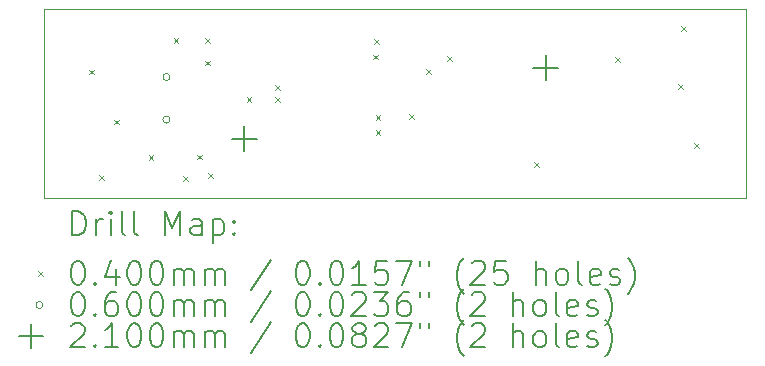
<source format=gbr>
%TF.GenerationSoftware,KiCad,Pcbnew,7.0.1*%
%TF.CreationDate,2023-04-20T14:44:11+09:00*%
%TF.ProjectId,dcc-adapter-board-kato-1.310-21mtc,6463632d-6164-4617-9074-65722d626f61,rev?*%
%TF.SameCoordinates,Original*%
%TF.FileFunction,Drillmap*%
%TF.FilePolarity,Positive*%
%FSLAX45Y45*%
G04 Gerber Fmt 4.5, Leading zero omitted, Abs format (unit mm)*
G04 Created by KiCad (PCBNEW 7.0.1) date 2023-04-20 14:44:11*
%MOMM*%
%LPD*%
G01*
G04 APERTURE LIST*
%ADD10C,0.100000*%
%ADD11C,0.200000*%
%ADD12C,0.040000*%
%ADD13C,0.060000*%
%ADD14C,0.210000*%
G04 APERTURE END LIST*
D10*
X6350000Y-2540000D02*
X12300000Y-2540000D01*
X12300000Y-4140000D01*
X6350000Y-4140000D01*
X6350000Y-2540000D01*
D11*
D12*
X6736862Y-3057196D02*
X6776862Y-3097196D01*
X6776862Y-3057196D02*
X6736862Y-3097196D01*
X6820000Y-3950000D02*
X6860000Y-3990000D01*
X6860000Y-3950000D02*
X6820000Y-3990000D01*
X6950000Y-3480000D02*
X6990000Y-3520000D01*
X6990000Y-3480000D02*
X6950000Y-3520000D01*
X7240000Y-3777550D02*
X7280000Y-3817550D01*
X7280000Y-3777550D02*
X7240000Y-3817550D01*
X7450000Y-2790000D02*
X7490000Y-2830000D01*
X7490000Y-2790000D02*
X7450000Y-2830000D01*
X7530000Y-3960000D02*
X7570000Y-4000000D01*
X7570000Y-3960000D02*
X7530000Y-4000000D01*
X7650000Y-3775050D02*
X7690000Y-3815050D01*
X7690000Y-3775050D02*
X7650000Y-3815050D01*
X7720000Y-2790000D02*
X7760000Y-2830000D01*
X7760000Y-2790000D02*
X7720000Y-2830000D01*
X7720000Y-2980000D02*
X7760000Y-3020000D01*
X7760000Y-2980000D02*
X7720000Y-3020000D01*
X7740000Y-3930000D02*
X7780000Y-3970000D01*
X7780000Y-3930000D02*
X7740000Y-3970000D01*
X8070000Y-3290000D02*
X8110000Y-3330000D01*
X8110000Y-3290000D02*
X8070000Y-3330000D01*
X8309950Y-3190000D02*
X8349950Y-3230000D01*
X8349950Y-3190000D02*
X8309950Y-3230000D01*
X8310000Y-3290000D02*
X8350000Y-3330000D01*
X8350000Y-3290000D02*
X8310000Y-3330000D01*
X9140000Y-2930000D02*
X9180000Y-2970000D01*
X9180000Y-2930000D02*
X9140000Y-2970000D01*
X9150000Y-2800000D02*
X9190000Y-2840000D01*
X9190000Y-2800000D02*
X9150000Y-2840000D01*
X9160000Y-3440000D02*
X9200000Y-3480000D01*
X9200000Y-3440000D02*
X9160000Y-3480000D01*
X9160000Y-3570000D02*
X9200000Y-3610000D01*
X9200000Y-3570000D02*
X9160000Y-3610000D01*
X9445000Y-3435000D02*
X9485000Y-3475000D01*
X9485000Y-3435000D02*
X9445000Y-3475000D01*
X9590000Y-3050000D02*
X9630000Y-3090000D01*
X9630000Y-3050000D02*
X9590000Y-3090000D01*
X9765000Y-2945000D02*
X9805000Y-2985000D01*
X9805000Y-2945000D02*
X9765000Y-2985000D01*
X10500000Y-3840000D02*
X10540000Y-3880000D01*
X10540000Y-3840000D02*
X10500000Y-3880000D01*
X11190000Y-2950000D02*
X11230000Y-2990000D01*
X11230000Y-2950000D02*
X11190000Y-2990000D01*
X11720000Y-3180000D02*
X11760000Y-3220000D01*
X11760000Y-3180000D02*
X11720000Y-3220000D01*
X11750000Y-2690000D02*
X11790000Y-2730000D01*
X11790000Y-2690000D02*
X11750000Y-2730000D01*
X11860000Y-3677500D02*
X11900000Y-3717500D01*
X11900000Y-3677500D02*
X11860000Y-3717500D01*
D13*
X7420000Y-3120000D02*
G75*
G03*
X7420000Y-3120000I-30000J0D01*
G01*
X7420000Y-3480000D02*
G75*
G03*
X7420000Y-3480000I-30000J0D01*
G01*
D14*
X8050000Y-3535000D02*
X8050000Y-3745000D01*
X7945000Y-3640000D02*
X8155000Y-3640000D01*
X10600000Y-2935000D02*
X10600000Y-3145000D01*
X10495000Y-3040000D02*
X10705000Y-3040000D01*
D11*
X6592619Y-4457524D02*
X6592619Y-4257524D01*
X6592619Y-4257524D02*
X6640238Y-4257524D01*
X6640238Y-4257524D02*
X6668809Y-4267048D01*
X6668809Y-4267048D02*
X6687857Y-4286095D01*
X6687857Y-4286095D02*
X6697381Y-4305143D01*
X6697381Y-4305143D02*
X6706905Y-4343238D01*
X6706905Y-4343238D02*
X6706905Y-4371810D01*
X6706905Y-4371810D02*
X6697381Y-4409905D01*
X6697381Y-4409905D02*
X6687857Y-4428952D01*
X6687857Y-4428952D02*
X6668809Y-4448000D01*
X6668809Y-4448000D02*
X6640238Y-4457524D01*
X6640238Y-4457524D02*
X6592619Y-4457524D01*
X6792619Y-4457524D02*
X6792619Y-4324190D01*
X6792619Y-4362286D02*
X6802143Y-4343238D01*
X6802143Y-4343238D02*
X6811667Y-4333714D01*
X6811667Y-4333714D02*
X6830714Y-4324190D01*
X6830714Y-4324190D02*
X6849762Y-4324190D01*
X6916428Y-4457524D02*
X6916428Y-4324190D01*
X6916428Y-4257524D02*
X6906905Y-4267048D01*
X6906905Y-4267048D02*
X6916428Y-4276571D01*
X6916428Y-4276571D02*
X6925952Y-4267048D01*
X6925952Y-4267048D02*
X6916428Y-4257524D01*
X6916428Y-4257524D02*
X6916428Y-4276571D01*
X7040238Y-4457524D02*
X7021190Y-4448000D01*
X7021190Y-4448000D02*
X7011667Y-4428952D01*
X7011667Y-4428952D02*
X7011667Y-4257524D01*
X7145000Y-4457524D02*
X7125952Y-4448000D01*
X7125952Y-4448000D02*
X7116428Y-4428952D01*
X7116428Y-4428952D02*
X7116428Y-4257524D01*
X7373571Y-4457524D02*
X7373571Y-4257524D01*
X7373571Y-4257524D02*
X7440238Y-4400381D01*
X7440238Y-4400381D02*
X7506905Y-4257524D01*
X7506905Y-4257524D02*
X7506905Y-4457524D01*
X7687857Y-4457524D02*
X7687857Y-4352762D01*
X7687857Y-4352762D02*
X7678333Y-4333714D01*
X7678333Y-4333714D02*
X7659286Y-4324190D01*
X7659286Y-4324190D02*
X7621190Y-4324190D01*
X7621190Y-4324190D02*
X7602143Y-4333714D01*
X7687857Y-4448000D02*
X7668809Y-4457524D01*
X7668809Y-4457524D02*
X7621190Y-4457524D01*
X7621190Y-4457524D02*
X7602143Y-4448000D01*
X7602143Y-4448000D02*
X7592619Y-4428952D01*
X7592619Y-4428952D02*
X7592619Y-4409905D01*
X7592619Y-4409905D02*
X7602143Y-4390857D01*
X7602143Y-4390857D02*
X7621190Y-4381333D01*
X7621190Y-4381333D02*
X7668809Y-4381333D01*
X7668809Y-4381333D02*
X7687857Y-4371810D01*
X7783095Y-4324190D02*
X7783095Y-4524190D01*
X7783095Y-4333714D02*
X7802143Y-4324190D01*
X7802143Y-4324190D02*
X7840238Y-4324190D01*
X7840238Y-4324190D02*
X7859286Y-4333714D01*
X7859286Y-4333714D02*
X7868809Y-4343238D01*
X7868809Y-4343238D02*
X7878333Y-4362286D01*
X7878333Y-4362286D02*
X7878333Y-4419429D01*
X7878333Y-4419429D02*
X7868809Y-4438476D01*
X7868809Y-4438476D02*
X7859286Y-4448000D01*
X7859286Y-4448000D02*
X7840238Y-4457524D01*
X7840238Y-4457524D02*
X7802143Y-4457524D01*
X7802143Y-4457524D02*
X7783095Y-4448000D01*
X7964048Y-4438476D02*
X7973571Y-4448000D01*
X7973571Y-4448000D02*
X7964048Y-4457524D01*
X7964048Y-4457524D02*
X7954524Y-4448000D01*
X7954524Y-4448000D02*
X7964048Y-4438476D01*
X7964048Y-4438476D02*
X7964048Y-4457524D01*
X7964048Y-4333714D02*
X7973571Y-4343238D01*
X7973571Y-4343238D02*
X7964048Y-4352762D01*
X7964048Y-4352762D02*
X7954524Y-4343238D01*
X7954524Y-4343238D02*
X7964048Y-4333714D01*
X7964048Y-4333714D02*
X7964048Y-4352762D01*
D12*
X6305000Y-4765000D02*
X6345000Y-4805000D01*
X6345000Y-4765000D02*
X6305000Y-4805000D01*
D11*
X6630714Y-4677524D02*
X6649762Y-4677524D01*
X6649762Y-4677524D02*
X6668809Y-4687048D01*
X6668809Y-4687048D02*
X6678333Y-4696571D01*
X6678333Y-4696571D02*
X6687857Y-4715619D01*
X6687857Y-4715619D02*
X6697381Y-4753714D01*
X6697381Y-4753714D02*
X6697381Y-4801333D01*
X6697381Y-4801333D02*
X6687857Y-4839429D01*
X6687857Y-4839429D02*
X6678333Y-4858476D01*
X6678333Y-4858476D02*
X6668809Y-4868000D01*
X6668809Y-4868000D02*
X6649762Y-4877524D01*
X6649762Y-4877524D02*
X6630714Y-4877524D01*
X6630714Y-4877524D02*
X6611667Y-4868000D01*
X6611667Y-4868000D02*
X6602143Y-4858476D01*
X6602143Y-4858476D02*
X6592619Y-4839429D01*
X6592619Y-4839429D02*
X6583095Y-4801333D01*
X6583095Y-4801333D02*
X6583095Y-4753714D01*
X6583095Y-4753714D02*
X6592619Y-4715619D01*
X6592619Y-4715619D02*
X6602143Y-4696571D01*
X6602143Y-4696571D02*
X6611667Y-4687048D01*
X6611667Y-4687048D02*
X6630714Y-4677524D01*
X6783095Y-4858476D02*
X6792619Y-4868000D01*
X6792619Y-4868000D02*
X6783095Y-4877524D01*
X6783095Y-4877524D02*
X6773571Y-4868000D01*
X6773571Y-4868000D02*
X6783095Y-4858476D01*
X6783095Y-4858476D02*
X6783095Y-4877524D01*
X6964048Y-4744190D02*
X6964048Y-4877524D01*
X6916428Y-4668000D02*
X6868809Y-4810857D01*
X6868809Y-4810857D02*
X6992619Y-4810857D01*
X7106905Y-4677524D02*
X7125952Y-4677524D01*
X7125952Y-4677524D02*
X7145000Y-4687048D01*
X7145000Y-4687048D02*
X7154524Y-4696571D01*
X7154524Y-4696571D02*
X7164048Y-4715619D01*
X7164048Y-4715619D02*
X7173571Y-4753714D01*
X7173571Y-4753714D02*
X7173571Y-4801333D01*
X7173571Y-4801333D02*
X7164048Y-4839429D01*
X7164048Y-4839429D02*
X7154524Y-4858476D01*
X7154524Y-4858476D02*
X7145000Y-4868000D01*
X7145000Y-4868000D02*
X7125952Y-4877524D01*
X7125952Y-4877524D02*
X7106905Y-4877524D01*
X7106905Y-4877524D02*
X7087857Y-4868000D01*
X7087857Y-4868000D02*
X7078333Y-4858476D01*
X7078333Y-4858476D02*
X7068809Y-4839429D01*
X7068809Y-4839429D02*
X7059286Y-4801333D01*
X7059286Y-4801333D02*
X7059286Y-4753714D01*
X7059286Y-4753714D02*
X7068809Y-4715619D01*
X7068809Y-4715619D02*
X7078333Y-4696571D01*
X7078333Y-4696571D02*
X7087857Y-4687048D01*
X7087857Y-4687048D02*
X7106905Y-4677524D01*
X7297381Y-4677524D02*
X7316429Y-4677524D01*
X7316429Y-4677524D02*
X7335476Y-4687048D01*
X7335476Y-4687048D02*
X7345000Y-4696571D01*
X7345000Y-4696571D02*
X7354524Y-4715619D01*
X7354524Y-4715619D02*
X7364048Y-4753714D01*
X7364048Y-4753714D02*
X7364048Y-4801333D01*
X7364048Y-4801333D02*
X7354524Y-4839429D01*
X7354524Y-4839429D02*
X7345000Y-4858476D01*
X7345000Y-4858476D02*
X7335476Y-4868000D01*
X7335476Y-4868000D02*
X7316429Y-4877524D01*
X7316429Y-4877524D02*
X7297381Y-4877524D01*
X7297381Y-4877524D02*
X7278333Y-4868000D01*
X7278333Y-4868000D02*
X7268809Y-4858476D01*
X7268809Y-4858476D02*
X7259286Y-4839429D01*
X7259286Y-4839429D02*
X7249762Y-4801333D01*
X7249762Y-4801333D02*
X7249762Y-4753714D01*
X7249762Y-4753714D02*
X7259286Y-4715619D01*
X7259286Y-4715619D02*
X7268809Y-4696571D01*
X7268809Y-4696571D02*
X7278333Y-4687048D01*
X7278333Y-4687048D02*
X7297381Y-4677524D01*
X7449762Y-4877524D02*
X7449762Y-4744190D01*
X7449762Y-4763238D02*
X7459286Y-4753714D01*
X7459286Y-4753714D02*
X7478333Y-4744190D01*
X7478333Y-4744190D02*
X7506905Y-4744190D01*
X7506905Y-4744190D02*
X7525952Y-4753714D01*
X7525952Y-4753714D02*
X7535476Y-4772762D01*
X7535476Y-4772762D02*
X7535476Y-4877524D01*
X7535476Y-4772762D02*
X7545000Y-4753714D01*
X7545000Y-4753714D02*
X7564048Y-4744190D01*
X7564048Y-4744190D02*
X7592619Y-4744190D01*
X7592619Y-4744190D02*
X7611667Y-4753714D01*
X7611667Y-4753714D02*
X7621190Y-4772762D01*
X7621190Y-4772762D02*
X7621190Y-4877524D01*
X7716429Y-4877524D02*
X7716429Y-4744190D01*
X7716429Y-4763238D02*
X7725952Y-4753714D01*
X7725952Y-4753714D02*
X7745000Y-4744190D01*
X7745000Y-4744190D02*
X7773571Y-4744190D01*
X7773571Y-4744190D02*
X7792619Y-4753714D01*
X7792619Y-4753714D02*
X7802143Y-4772762D01*
X7802143Y-4772762D02*
X7802143Y-4877524D01*
X7802143Y-4772762D02*
X7811667Y-4753714D01*
X7811667Y-4753714D02*
X7830714Y-4744190D01*
X7830714Y-4744190D02*
X7859286Y-4744190D01*
X7859286Y-4744190D02*
X7878333Y-4753714D01*
X7878333Y-4753714D02*
X7887857Y-4772762D01*
X7887857Y-4772762D02*
X7887857Y-4877524D01*
X8278333Y-4668000D02*
X8106905Y-4925143D01*
X8535476Y-4677524D02*
X8554524Y-4677524D01*
X8554524Y-4677524D02*
X8573572Y-4687048D01*
X8573572Y-4687048D02*
X8583095Y-4696571D01*
X8583095Y-4696571D02*
X8592619Y-4715619D01*
X8592619Y-4715619D02*
X8602143Y-4753714D01*
X8602143Y-4753714D02*
X8602143Y-4801333D01*
X8602143Y-4801333D02*
X8592619Y-4839429D01*
X8592619Y-4839429D02*
X8583095Y-4858476D01*
X8583095Y-4858476D02*
X8573572Y-4868000D01*
X8573572Y-4868000D02*
X8554524Y-4877524D01*
X8554524Y-4877524D02*
X8535476Y-4877524D01*
X8535476Y-4877524D02*
X8516429Y-4868000D01*
X8516429Y-4868000D02*
X8506905Y-4858476D01*
X8506905Y-4858476D02*
X8497381Y-4839429D01*
X8497381Y-4839429D02*
X8487857Y-4801333D01*
X8487857Y-4801333D02*
X8487857Y-4753714D01*
X8487857Y-4753714D02*
X8497381Y-4715619D01*
X8497381Y-4715619D02*
X8506905Y-4696571D01*
X8506905Y-4696571D02*
X8516429Y-4687048D01*
X8516429Y-4687048D02*
X8535476Y-4677524D01*
X8687857Y-4858476D02*
X8697381Y-4868000D01*
X8697381Y-4868000D02*
X8687857Y-4877524D01*
X8687857Y-4877524D02*
X8678334Y-4868000D01*
X8678334Y-4868000D02*
X8687857Y-4858476D01*
X8687857Y-4858476D02*
X8687857Y-4877524D01*
X8821191Y-4677524D02*
X8840238Y-4677524D01*
X8840238Y-4677524D02*
X8859286Y-4687048D01*
X8859286Y-4687048D02*
X8868810Y-4696571D01*
X8868810Y-4696571D02*
X8878334Y-4715619D01*
X8878334Y-4715619D02*
X8887857Y-4753714D01*
X8887857Y-4753714D02*
X8887857Y-4801333D01*
X8887857Y-4801333D02*
X8878334Y-4839429D01*
X8878334Y-4839429D02*
X8868810Y-4858476D01*
X8868810Y-4858476D02*
X8859286Y-4868000D01*
X8859286Y-4868000D02*
X8840238Y-4877524D01*
X8840238Y-4877524D02*
X8821191Y-4877524D01*
X8821191Y-4877524D02*
X8802143Y-4868000D01*
X8802143Y-4868000D02*
X8792619Y-4858476D01*
X8792619Y-4858476D02*
X8783095Y-4839429D01*
X8783095Y-4839429D02*
X8773572Y-4801333D01*
X8773572Y-4801333D02*
X8773572Y-4753714D01*
X8773572Y-4753714D02*
X8783095Y-4715619D01*
X8783095Y-4715619D02*
X8792619Y-4696571D01*
X8792619Y-4696571D02*
X8802143Y-4687048D01*
X8802143Y-4687048D02*
X8821191Y-4677524D01*
X9078334Y-4877524D02*
X8964048Y-4877524D01*
X9021191Y-4877524D02*
X9021191Y-4677524D01*
X9021191Y-4677524D02*
X9002143Y-4706095D01*
X9002143Y-4706095D02*
X8983095Y-4725143D01*
X8983095Y-4725143D02*
X8964048Y-4734667D01*
X9259286Y-4677524D02*
X9164048Y-4677524D01*
X9164048Y-4677524D02*
X9154524Y-4772762D01*
X9154524Y-4772762D02*
X9164048Y-4763238D01*
X9164048Y-4763238D02*
X9183095Y-4753714D01*
X9183095Y-4753714D02*
X9230715Y-4753714D01*
X9230715Y-4753714D02*
X9249762Y-4763238D01*
X9249762Y-4763238D02*
X9259286Y-4772762D01*
X9259286Y-4772762D02*
X9268810Y-4791810D01*
X9268810Y-4791810D02*
X9268810Y-4839429D01*
X9268810Y-4839429D02*
X9259286Y-4858476D01*
X9259286Y-4858476D02*
X9249762Y-4868000D01*
X9249762Y-4868000D02*
X9230715Y-4877524D01*
X9230715Y-4877524D02*
X9183095Y-4877524D01*
X9183095Y-4877524D02*
X9164048Y-4868000D01*
X9164048Y-4868000D02*
X9154524Y-4858476D01*
X9335476Y-4677524D02*
X9468810Y-4677524D01*
X9468810Y-4677524D02*
X9383095Y-4877524D01*
X9535476Y-4677524D02*
X9535476Y-4715619D01*
X9611667Y-4677524D02*
X9611667Y-4715619D01*
X9906905Y-4953714D02*
X9897381Y-4944190D01*
X9897381Y-4944190D02*
X9878334Y-4915619D01*
X9878334Y-4915619D02*
X9868810Y-4896571D01*
X9868810Y-4896571D02*
X9859286Y-4868000D01*
X9859286Y-4868000D02*
X9849762Y-4820381D01*
X9849762Y-4820381D02*
X9849762Y-4782286D01*
X9849762Y-4782286D02*
X9859286Y-4734667D01*
X9859286Y-4734667D02*
X9868810Y-4706095D01*
X9868810Y-4706095D02*
X9878334Y-4687048D01*
X9878334Y-4687048D02*
X9897381Y-4658476D01*
X9897381Y-4658476D02*
X9906905Y-4648952D01*
X9973572Y-4696571D02*
X9983096Y-4687048D01*
X9983096Y-4687048D02*
X10002143Y-4677524D01*
X10002143Y-4677524D02*
X10049762Y-4677524D01*
X10049762Y-4677524D02*
X10068810Y-4687048D01*
X10068810Y-4687048D02*
X10078334Y-4696571D01*
X10078334Y-4696571D02*
X10087857Y-4715619D01*
X10087857Y-4715619D02*
X10087857Y-4734667D01*
X10087857Y-4734667D02*
X10078334Y-4763238D01*
X10078334Y-4763238D02*
X9964048Y-4877524D01*
X9964048Y-4877524D02*
X10087857Y-4877524D01*
X10268810Y-4677524D02*
X10173572Y-4677524D01*
X10173572Y-4677524D02*
X10164048Y-4772762D01*
X10164048Y-4772762D02*
X10173572Y-4763238D01*
X10173572Y-4763238D02*
X10192619Y-4753714D01*
X10192619Y-4753714D02*
X10240238Y-4753714D01*
X10240238Y-4753714D02*
X10259286Y-4763238D01*
X10259286Y-4763238D02*
X10268810Y-4772762D01*
X10268810Y-4772762D02*
X10278334Y-4791810D01*
X10278334Y-4791810D02*
X10278334Y-4839429D01*
X10278334Y-4839429D02*
X10268810Y-4858476D01*
X10268810Y-4858476D02*
X10259286Y-4868000D01*
X10259286Y-4868000D02*
X10240238Y-4877524D01*
X10240238Y-4877524D02*
X10192619Y-4877524D01*
X10192619Y-4877524D02*
X10173572Y-4868000D01*
X10173572Y-4868000D02*
X10164048Y-4858476D01*
X10516429Y-4877524D02*
X10516429Y-4677524D01*
X10602143Y-4877524D02*
X10602143Y-4772762D01*
X10602143Y-4772762D02*
X10592619Y-4753714D01*
X10592619Y-4753714D02*
X10573572Y-4744190D01*
X10573572Y-4744190D02*
X10545000Y-4744190D01*
X10545000Y-4744190D02*
X10525953Y-4753714D01*
X10525953Y-4753714D02*
X10516429Y-4763238D01*
X10725953Y-4877524D02*
X10706905Y-4868000D01*
X10706905Y-4868000D02*
X10697381Y-4858476D01*
X10697381Y-4858476D02*
X10687858Y-4839429D01*
X10687858Y-4839429D02*
X10687858Y-4782286D01*
X10687858Y-4782286D02*
X10697381Y-4763238D01*
X10697381Y-4763238D02*
X10706905Y-4753714D01*
X10706905Y-4753714D02*
X10725953Y-4744190D01*
X10725953Y-4744190D02*
X10754524Y-4744190D01*
X10754524Y-4744190D02*
X10773572Y-4753714D01*
X10773572Y-4753714D02*
X10783096Y-4763238D01*
X10783096Y-4763238D02*
X10792619Y-4782286D01*
X10792619Y-4782286D02*
X10792619Y-4839429D01*
X10792619Y-4839429D02*
X10783096Y-4858476D01*
X10783096Y-4858476D02*
X10773572Y-4868000D01*
X10773572Y-4868000D02*
X10754524Y-4877524D01*
X10754524Y-4877524D02*
X10725953Y-4877524D01*
X10906905Y-4877524D02*
X10887858Y-4868000D01*
X10887858Y-4868000D02*
X10878334Y-4848952D01*
X10878334Y-4848952D02*
X10878334Y-4677524D01*
X11059286Y-4868000D02*
X11040239Y-4877524D01*
X11040239Y-4877524D02*
X11002143Y-4877524D01*
X11002143Y-4877524D02*
X10983096Y-4868000D01*
X10983096Y-4868000D02*
X10973572Y-4848952D01*
X10973572Y-4848952D02*
X10973572Y-4772762D01*
X10973572Y-4772762D02*
X10983096Y-4753714D01*
X10983096Y-4753714D02*
X11002143Y-4744190D01*
X11002143Y-4744190D02*
X11040239Y-4744190D01*
X11040239Y-4744190D02*
X11059286Y-4753714D01*
X11059286Y-4753714D02*
X11068810Y-4772762D01*
X11068810Y-4772762D02*
X11068810Y-4791810D01*
X11068810Y-4791810D02*
X10973572Y-4810857D01*
X11145000Y-4868000D02*
X11164048Y-4877524D01*
X11164048Y-4877524D02*
X11202143Y-4877524D01*
X11202143Y-4877524D02*
X11221191Y-4868000D01*
X11221191Y-4868000D02*
X11230715Y-4848952D01*
X11230715Y-4848952D02*
X11230715Y-4839429D01*
X11230715Y-4839429D02*
X11221191Y-4820381D01*
X11221191Y-4820381D02*
X11202143Y-4810857D01*
X11202143Y-4810857D02*
X11173572Y-4810857D01*
X11173572Y-4810857D02*
X11154524Y-4801333D01*
X11154524Y-4801333D02*
X11145000Y-4782286D01*
X11145000Y-4782286D02*
X11145000Y-4772762D01*
X11145000Y-4772762D02*
X11154524Y-4753714D01*
X11154524Y-4753714D02*
X11173572Y-4744190D01*
X11173572Y-4744190D02*
X11202143Y-4744190D01*
X11202143Y-4744190D02*
X11221191Y-4753714D01*
X11297381Y-4953714D02*
X11306905Y-4944190D01*
X11306905Y-4944190D02*
X11325953Y-4915619D01*
X11325953Y-4915619D02*
X11335477Y-4896571D01*
X11335477Y-4896571D02*
X11345000Y-4868000D01*
X11345000Y-4868000D02*
X11354524Y-4820381D01*
X11354524Y-4820381D02*
X11354524Y-4782286D01*
X11354524Y-4782286D02*
X11345000Y-4734667D01*
X11345000Y-4734667D02*
X11335477Y-4706095D01*
X11335477Y-4706095D02*
X11325953Y-4687048D01*
X11325953Y-4687048D02*
X11306905Y-4658476D01*
X11306905Y-4658476D02*
X11297381Y-4648952D01*
D13*
X6345000Y-5049000D02*
G75*
G03*
X6345000Y-5049000I-30000J0D01*
G01*
D11*
X6630714Y-4941524D02*
X6649762Y-4941524D01*
X6649762Y-4941524D02*
X6668809Y-4951048D01*
X6668809Y-4951048D02*
X6678333Y-4960571D01*
X6678333Y-4960571D02*
X6687857Y-4979619D01*
X6687857Y-4979619D02*
X6697381Y-5017714D01*
X6697381Y-5017714D02*
X6697381Y-5065333D01*
X6697381Y-5065333D02*
X6687857Y-5103429D01*
X6687857Y-5103429D02*
X6678333Y-5122476D01*
X6678333Y-5122476D02*
X6668809Y-5132000D01*
X6668809Y-5132000D02*
X6649762Y-5141524D01*
X6649762Y-5141524D02*
X6630714Y-5141524D01*
X6630714Y-5141524D02*
X6611667Y-5132000D01*
X6611667Y-5132000D02*
X6602143Y-5122476D01*
X6602143Y-5122476D02*
X6592619Y-5103429D01*
X6592619Y-5103429D02*
X6583095Y-5065333D01*
X6583095Y-5065333D02*
X6583095Y-5017714D01*
X6583095Y-5017714D02*
X6592619Y-4979619D01*
X6592619Y-4979619D02*
X6602143Y-4960571D01*
X6602143Y-4960571D02*
X6611667Y-4951048D01*
X6611667Y-4951048D02*
X6630714Y-4941524D01*
X6783095Y-5122476D02*
X6792619Y-5132000D01*
X6792619Y-5132000D02*
X6783095Y-5141524D01*
X6783095Y-5141524D02*
X6773571Y-5132000D01*
X6773571Y-5132000D02*
X6783095Y-5122476D01*
X6783095Y-5122476D02*
X6783095Y-5141524D01*
X6964048Y-4941524D02*
X6925952Y-4941524D01*
X6925952Y-4941524D02*
X6906905Y-4951048D01*
X6906905Y-4951048D02*
X6897381Y-4960571D01*
X6897381Y-4960571D02*
X6878333Y-4989143D01*
X6878333Y-4989143D02*
X6868809Y-5027238D01*
X6868809Y-5027238D02*
X6868809Y-5103429D01*
X6868809Y-5103429D02*
X6878333Y-5122476D01*
X6878333Y-5122476D02*
X6887857Y-5132000D01*
X6887857Y-5132000D02*
X6906905Y-5141524D01*
X6906905Y-5141524D02*
X6945000Y-5141524D01*
X6945000Y-5141524D02*
X6964048Y-5132000D01*
X6964048Y-5132000D02*
X6973571Y-5122476D01*
X6973571Y-5122476D02*
X6983095Y-5103429D01*
X6983095Y-5103429D02*
X6983095Y-5055810D01*
X6983095Y-5055810D02*
X6973571Y-5036762D01*
X6973571Y-5036762D02*
X6964048Y-5027238D01*
X6964048Y-5027238D02*
X6945000Y-5017714D01*
X6945000Y-5017714D02*
X6906905Y-5017714D01*
X6906905Y-5017714D02*
X6887857Y-5027238D01*
X6887857Y-5027238D02*
X6878333Y-5036762D01*
X6878333Y-5036762D02*
X6868809Y-5055810D01*
X7106905Y-4941524D02*
X7125952Y-4941524D01*
X7125952Y-4941524D02*
X7145000Y-4951048D01*
X7145000Y-4951048D02*
X7154524Y-4960571D01*
X7154524Y-4960571D02*
X7164048Y-4979619D01*
X7164048Y-4979619D02*
X7173571Y-5017714D01*
X7173571Y-5017714D02*
X7173571Y-5065333D01*
X7173571Y-5065333D02*
X7164048Y-5103429D01*
X7164048Y-5103429D02*
X7154524Y-5122476D01*
X7154524Y-5122476D02*
X7145000Y-5132000D01*
X7145000Y-5132000D02*
X7125952Y-5141524D01*
X7125952Y-5141524D02*
X7106905Y-5141524D01*
X7106905Y-5141524D02*
X7087857Y-5132000D01*
X7087857Y-5132000D02*
X7078333Y-5122476D01*
X7078333Y-5122476D02*
X7068809Y-5103429D01*
X7068809Y-5103429D02*
X7059286Y-5065333D01*
X7059286Y-5065333D02*
X7059286Y-5017714D01*
X7059286Y-5017714D02*
X7068809Y-4979619D01*
X7068809Y-4979619D02*
X7078333Y-4960571D01*
X7078333Y-4960571D02*
X7087857Y-4951048D01*
X7087857Y-4951048D02*
X7106905Y-4941524D01*
X7297381Y-4941524D02*
X7316429Y-4941524D01*
X7316429Y-4941524D02*
X7335476Y-4951048D01*
X7335476Y-4951048D02*
X7345000Y-4960571D01*
X7345000Y-4960571D02*
X7354524Y-4979619D01*
X7354524Y-4979619D02*
X7364048Y-5017714D01*
X7364048Y-5017714D02*
X7364048Y-5065333D01*
X7364048Y-5065333D02*
X7354524Y-5103429D01*
X7354524Y-5103429D02*
X7345000Y-5122476D01*
X7345000Y-5122476D02*
X7335476Y-5132000D01*
X7335476Y-5132000D02*
X7316429Y-5141524D01*
X7316429Y-5141524D02*
X7297381Y-5141524D01*
X7297381Y-5141524D02*
X7278333Y-5132000D01*
X7278333Y-5132000D02*
X7268809Y-5122476D01*
X7268809Y-5122476D02*
X7259286Y-5103429D01*
X7259286Y-5103429D02*
X7249762Y-5065333D01*
X7249762Y-5065333D02*
X7249762Y-5017714D01*
X7249762Y-5017714D02*
X7259286Y-4979619D01*
X7259286Y-4979619D02*
X7268809Y-4960571D01*
X7268809Y-4960571D02*
X7278333Y-4951048D01*
X7278333Y-4951048D02*
X7297381Y-4941524D01*
X7449762Y-5141524D02*
X7449762Y-5008190D01*
X7449762Y-5027238D02*
X7459286Y-5017714D01*
X7459286Y-5017714D02*
X7478333Y-5008190D01*
X7478333Y-5008190D02*
X7506905Y-5008190D01*
X7506905Y-5008190D02*
X7525952Y-5017714D01*
X7525952Y-5017714D02*
X7535476Y-5036762D01*
X7535476Y-5036762D02*
X7535476Y-5141524D01*
X7535476Y-5036762D02*
X7545000Y-5017714D01*
X7545000Y-5017714D02*
X7564048Y-5008190D01*
X7564048Y-5008190D02*
X7592619Y-5008190D01*
X7592619Y-5008190D02*
X7611667Y-5017714D01*
X7611667Y-5017714D02*
X7621190Y-5036762D01*
X7621190Y-5036762D02*
X7621190Y-5141524D01*
X7716429Y-5141524D02*
X7716429Y-5008190D01*
X7716429Y-5027238D02*
X7725952Y-5017714D01*
X7725952Y-5017714D02*
X7745000Y-5008190D01*
X7745000Y-5008190D02*
X7773571Y-5008190D01*
X7773571Y-5008190D02*
X7792619Y-5017714D01*
X7792619Y-5017714D02*
X7802143Y-5036762D01*
X7802143Y-5036762D02*
X7802143Y-5141524D01*
X7802143Y-5036762D02*
X7811667Y-5017714D01*
X7811667Y-5017714D02*
X7830714Y-5008190D01*
X7830714Y-5008190D02*
X7859286Y-5008190D01*
X7859286Y-5008190D02*
X7878333Y-5017714D01*
X7878333Y-5017714D02*
X7887857Y-5036762D01*
X7887857Y-5036762D02*
X7887857Y-5141524D01*
X8278333Y-4932000D02*
X8106905Y-5189143D01*
X8535476Y-4941524D02*
X8554524Y-4941524D01*
X8554524Y-4941524D02*
X8573572Y-4951048D01*
X8573572Y-4951048D02*
X8583095Y-4960571D01*
X8583095Y-4960571D02*
X8592619Y-4979619D01*
X8592619Y-4979619D02*
X8602143Y-5017714D01*
X8602143Y-5017714D02*
X8602143Y-5065333D01*
X8602143Y-5065333D02*
X8592619Y-5103429D01*
X8592619Y-5103429D02*
X8583095Y-5122476D01*
X8583095Y-5122476D02*
X8573572Y-5132000D01*
X8573572Y-5132000D02*
X8554524Y-5141524D01*
X8554524Y-5141524D02*
X8535476Y-5141524D01*
X8535476Y-5141524D02*
X8516429Y-5132000D01*
X8516429Y-5132000D02*
X8506905Y-5122476D01*
X8506905Y-5122476D02*
X8497381Y-5103429D01*
X8497381Y-5103429D02*
X8487857Y-5065333D01*
X8487857Y-5065333D02*
X8487857Y-5017714D01*
X8487857Y-5017714D02*
X8497381Y-4979619D01*
X8497381Y-4979619D02*
X8506905Y-4960571D01*
X8506905Y-4960571D02*
X8516429Y-4951048D01*
X8516429Y-4951048D02*
X8535476Y-4941524D01*
X8687857Y-5122476D02*
X8697381Y-5132000D01*
X8697381Y-5132000D02*
X8687857Y-5141524D01*
X8687857Y-5141524D02*
X8678334Y-5132000D01*
X8678334Y-5132000D02*
X8687857Y-5122476D01*
X8687857Y-5122476D02*
X8687857Y-5141524D01*
X8821191Y-4941524D02*
X8840238Y-4941524D01*
X8840238Y-4941524D02*
X8859286Y-4951048D01*
X8859286Y-4951048D02*
X8868810Y-4960571D01*
X8868810Y-4960571D02*
X8878334Y-4979619D01*
X8878334Y-4979619D02*
X8887857Y-5017714D01*
X8887857Y-5017714D02*
X8887857Y-5065333D01*
X8887857Y-5065333D02*
X8878334Y-5103429D01*
X8878334Y-5103429D02*
X8868810Y-5122476D01*
X8868810Y-5122476D02*
X8859286Y-5132000D01*
X8859286Y-5132000D02*
X8840238Y-5141524D01*
X8840238Y-5141524D02*
X8821191Y-5141524D01*
X8821191Y-5141524D02*
X8802143Y-5132000D01*
X8802143Y-5132000D02*
X8792619Y-5122476D01*
X8792619Y-5122476D02*
X8783095Y-5103429D01*
X8783095Y-5103429D02*
X8773572Y-5065333D01*
X8773572Y-5065333D02*
X8773572Y-5017714D01*
X8773572Y-5017714D02*
X8783095Y-4979619D01*
X8783095Y-4979619D02*
X8792619Y-4960571D01*
X8792619Y-4960571D02*
X8802143Y-4951048D01*
X8802143Y-4951048D02*
X8821191Y-4941524D01*
X8964048Y-4960571D02*
X8973572Y-4951048D01*
X8973572Y-4951048D02*
X8992619Y-4941524D01*
X8992619Y-4941524D02*
X9040238Y-4941524D01*
X9040238Y-4941524D02*
X9059286Y-4951048D01*
X9059286Y-4951048D02*
X9068810Y-4960571D01*
X9068810Y-4960571D02*
X9078334Y-4979619D01*
X9078334Y-4979619D02*
X9078334Y-4998667D01*
X9078334Y-4998667D02*
X9068810Y-5027238D01*
X9068810Y-5027238D02*
X8954524Y-5141524D01*
X8954524Y-5141524D02*
X9078334Y-5141524D01*
X9145000Y-4941524D02*
X9268810Y-4941524D01*
X9268810Y-4941524D02*
X9202143Y-5017714D01*
X9202143Y-5017714D02*
X9230715Y-5017714D01*
X9230715Y-5017714D02*
X9249762Y-5027238D01*
X9249762Y-5027238D02*
X9259286Y-5036762D01*
X9259286Y-5036762D02*
X9268810Y-5055810D01*
X9268810Y-5055810D02*
X9268810Y-5103429D01*
X9268810Y-5103429D02*
X9259286Y-5122476D01*
X9259286Y-5122476D02*
X9249762Y-5132000D01*
X9249762Y-5132000D02*
X9230715Y-5141524D01*
X9230715Y-5141524D02*
X9173572Y-5141524D01*
X9173572Y-5141524D02*
X9154524Y-5132000D01*
X9154524Y-5132000D02*
X9145000Y-5122476D01*
X9440238Y-4941524D02*
X9402143Y-4941524D01*
X9402143Y-4941524D02*
X9383095Y-4951048D01*
X9383095Y-4951048D02*
X9373572Y-4960571D01*
X9373572Y-4960571D02*
X9354524Y-4989143D01*
X9354524Y-4989143D02*
X9345000Y-5027238D01*
X9345000Y-5027238D02*
X9345000Y-5103429D01*
X9345000Y-5103429D02*
X9354524Y-5122476D01*
X9354524Y-5122476D02*
X9364048Y-5132000D01*
X9364048Y-5132000D02*
X9383095Y-5141524D01*
X9383095Y-5141524D02*
X9421191Y-5141524D01*
X9421191Y-5141524D02*
X9440238Y-5132000D01*
X9440238Y-5132000D02*
X9449762Y-5122476D01*
X9449762Y-5122476D02*
X9459286Y-5103429D01*
X9459286Y-5103429D02*
X9459286Y-5055810D01*
X9459286Y-5055810D02*
X9449762Y-5036762D01*
X9449762Y-5036762D02*
X9440238Y-5027238D01*
X9440238Y-5027238D02*
X9421191Y-5017714D01*
X9421191Y-5017714D02*
X9383095Y-5017714D01*
X9383095Y-5017714D02*
X9364048Y-5027238D01*
X9364048Y-5027238D02*
X9354524Y-5036762D01*
X9354524Y-5036762D02*
X9345000Y-5055810D01*
X9535476Y-4941524D02*
X9535476Y-4979619D01*
X9611667Y-4941524D02*
X9611667Y-4979619D01*
X9906905Y-5217714D02*
X9897381Y-5208190D01*
X9897381Y-5208190D02*
X9878334Y-5179619D01*
X9878334Y-5179619D02*
X9868810Y-5160571D01*
X9868810Y-5160571D02*
X9859286Y-5132000D01*
X9859286Y-5132000D02*
X9849762Y-5084381D01*
X9849762Y-5084381D02*
X9849762Y-5046286D01*
X9849762Y-5046286D02*
X9859286Y-4998667D01*
X9859286Y-4998667D02*
X9868810Y-4970095D01*
X9868810Y-4970095D02*
X9878334Y-4951048D01*
X9878334Y-4951048D02*
X9897381Y-4922476D01*
X9897381Y-4922476D02*
X9906905Y-4912952D01*
X9973572Y-4960571D02*
X9983096Y-4951048D01*
X9983096Y-4951048D02*
X10002143Y-4941524D01*
X10002143Y-4941524D02*
X10049762Y-4941524D01*
X10049762Y-4941524D02*
X10068810Y-4951048D01*
X10068810Y-4951048D02*
X10078334Y-4960571D01*
X10078334Y-4960571D02*
X10087857Y-4979619D01*
X10087857Y-4979619D02*
X10087857Y-4998667D01*
X10087857Y-4998667D02*
X10078334Y-5027238D01*
X10078334Y-5027238D02*
X9964048Y-5141524D01*
X9964048Y-5141524D02*
X10087857Y-5141524D01*
X10325953Y-5141524D02*
X10325953Y-4941524D01*
X10411667Y-5141524D02*
X10411667Y-5036762D01*
X10411667Y-5036762D02*
X10402143Y-5017714D01*
X10402143Y-5017714D02*
X10383096Y-5008190D01*
X10383096Y-5008190D02*
X10354524Y-5008190D01*
X10354524Y-5008190D02*
X10335477Y-5017714D01*
X10335477Y-5017714D02*
X10325953Y-5027238D01*
X10535477Y-5141524D02*
X10516429Y-5132000D01*
X10516429Y-5132000D02*
X10506905Y-5122476D01*
X10506905Y-5122476D02*
X10497381Y-5103429D01*
X10497381Y-5103429D02*
X10497381Y-5046286D01*
X10497381Y-5046286D02*
X10506905Y-5027238D01*
X10506905Y-5027238D02*
X10516429Y-5017714D01*
X10516429Y-5017714D02*
X10535477Y-5008190D01*
X10535477Y-5008190D02*
X10564048Y-5008190D01*
X10564048Y-5008190D02*
X10583096Y-5017714D01*
X10583096Y-5017714D02*
X10592619Y-5027238D01*
X10592619Y-5027238D02*
X10602143Y-5046286D01*
X10602143Y-5046286D02*
X10602143Y-5103429D01*
X10602143Y-5103429D02*
X10592619Y-5122476D01*
X10592619Y-5122476D02*
X10583096Y-5132000D01*
X10583096Y-5132000D02*
X10564048Y-5141524D01*
X10564048Y-5141524D02*
X10535477Y-5141524D01*
X10716429Y-5141524D02*
X10697381Y-5132000D01*
X10697381Y-5132000D02*
X10687858Y-5112952D01*
X10687858Y-5112952D02*
X10687858Y-4941524D01*
X10868810Y-5132000D02*
X10849762Y-5141524D01*
X10849762Y-5141524D02*
X10811667Y-5141524D01*
X10811667Y-5141524D02*
X10792619Y-5132000D01*
X10792619Y-5132000D02*
X10783096Y-5112952D01*
X10783096Y-5112952D02*
X10783096Y-5036762D01*
X10783096Y-5036762D02*
X10792619Y-5017714D01*
X10792619Y-5017714D02*
X10811667Y-5008190D01*
X10811667Y-5008190D02*
X10849762Y-5008190D01*
X10849762Y-5008190D02*
X10868810Y-5017714D01*
X10868810Y-5017714D02*
X10878334Y-5036762D01*
X10878334Y-5036762D02*
X10878334Y-5055810D01*
X10878334Y-5055810D02*
X10783096Y-5074857D01*
X10954524Y-5132000D02*
X10973572Y-5141524D01*
X10973572Y-5141524D02*
X11011667Y-5141524D01*
X11011667Y-5141524D02*
X11030715Y-5132000D01*
X11030715Y-5132000D02*
X11040239Y-5112952D01*
X11040239Y-5112952D02*
X11040239Y-5103429D01*
X11040239Y-5103429D02*
X11030715Y-5084381D01*
X11030715Y-5084381D02*
X11011667Y-5074857D01*
X11011667Y-5074857D02*
X10983096Y-5074857D01*
X10983096Y-5074857D02*
X10964048Y-5065333D01*
X10964048Y-5065333D02*
X10954524Y-5046286D01*
X10954524Y-5046286D02*
X10954524Y-5036762D01*
X10954524Y-5036762D02*
X10964048Y-5017714D01*
X10964048Y-5017714D02*
X10983096Y-5008190D01*
X10983096Y-5008190D02*
X11011667Y-5008190D01*
X11011667Y-5008190D02*
X11030715Y-5017714D01*
X11106905Y-5217714D02*
X11116429Y-5208190D01*
X11116429Y-5208190D02*
X11135477Y-5179619D01*
X11135477Y-5179619D02*
X11145000Y-5160571D01*
X11145000Y-5160571D02*
X11154524Y-5132000D01*
X11154524Y-5132000D02*
X11164048Y-5084381D01*
X11164048Y-5084381D02*
X11164048Y-5046286D01*
X11164048Y-5046286D02*
X11154524Y-4998667D01*
X11154524Y-4998667D02*
X11145000Y-4970095D01*
X11145000Y-4970095D02*
X11135477Y-4951048D01*
X11135477Y-4951048D02*
X11116429Y-4922476D01*
X11116429Y-4922476D02*
X11106905Y-4912952D01*
X6245000Y-5213000D02*
X6245000Y-5413000D01*
X6145000Y-5313000D02*
X6345000Y-5313000D01*
X6583095Y-5224571D02*
X6592619Y-5215048D01*
X6592619Y-5215048D02*
X6611667Y-5205524D01*
X6611667Y-5205524D02*
X6659286Y-5205524D01*
X6659286Y-5205524D02*
X6678333Y-5215048D01*
X6678333Y-5215048D02*
X6687857Y-5224571D01*
X6687857Y-5224571D02*
X6697381Y-5243619D01*
X6697381Y-5243619D02*
X6697381Y-5262667D01*
X6697381Y-5262667D02*
X6687857Y-5291238D01*
X6687857Y-5291238D02*
X6573571Y-5405524D01*
X6573571Y-5405524D02*
X6697381Y-5405524D01*
X6783095Y-5386476D02*
X6792619Y-5396000D01*
X6792619Y-5396000D02*
X6783095Y-5405524D01*
X6783095Y-5405524D02*
X6773571Y-5396000D01*
X6773571Y-5396000D02*
X6783095Y-5386476D01*
X6783095Y-5386476D02*
X6783095Y-5405524D01*
X6983095Y-5405524D02*
X6868809Y-5405524D01*
X6925952Y-5405524D02*
X6925952Y-5205524D01*
X6925952Y-5205524D02*
X6906905Y-5234095D01*
X6906905Y-5234095D02*
X6887857Y-5253143D01*
X6887857Y-5253143D02*
X6868809Y-5262667D01*
X7106905Y-5205524D02*
X7125952Y-5205524D01*
X7125952Y-5205524D02*
X7145000Y-5215048D01*
X7145000Y-5215048D02*
X7154524Y-5224571D01*
X7154524Y-5224571D02*
X7164048Y-5243619D01*
X7164048Y-5243619D02*
X7173571Y-5281714D01*
X7173571Y-5281714D02*
X7173571Y-5329333D01*
X7173571Y-5329333D02*
X7164048Y-5367429D01*
X7164048Y-5367429D02*
X7154524Y-5386476D01*
X7154524Y-5386476D02*
X7145000Y-5396000D01*
X7145000Y-5396000D02*
X7125952Y-5405524D01*
X7125952Y-5405524D02*
X7106905Y-5405524D01*
X7106905Y-5405524D02*
X7087857Y-5396000D01*
X7087857Y-5396000D02*
X7078333Y-5386476D01*
X7078333Y-5386476D02*
X7068809Y-5367429D01*
X7068809Y-5367429D02*
X7059286Y-5329333D01*
X7059286Y-5329333D02*
X7059286Y-5281714D01*
X7059286Y-5281714D02*
X7068809Y-5243619D01*
X7068809Y-5243619D02*
X7078333Y-5224571D01*
X7078333Y-5224571D02*
X7087857Y-5215048D01*
X7087857Y-5215048D02*
X7106905Y-5205524D01*
X7297381Y-5205524D02*
X7316429Y-5205524D01*
X7316429Y-5205524D02*
X7335476Y-5215048D01*
X7335476Y-5215048D02*
X7345000Y-5224571D01*
X7345000Y-5224571D02*
X7354524Y-5243619D01*
X7354524Y-5243619D02*
X7364048Y-5281714D01*
X7364048Y-5281714D02*
X7364048Y-5329333D01*
X7364048Y-5329333D02*
X7354524Y-5367429D01*
X7354524Y-5367429D02*
X7345000Y-5386476D01*
X7345000Y-5386476D02*
X7335476Y-5396000D01*
X7335476Y-5396000D02*
X7316429Y-5405524D01*
X7316429Y-5405524D02*
X7297381Y-5405524D01*
X7297381Y-5405524D02*
X7278333Y-5396000D01*
X7278333Y-5396000D02*
X7268809Y-5386476D01*
X7268809Y-5386476D02*
X7259286Y-5367429D01*
X7259286Y-5367429D02*
X7249762Y-5329333D01*
X7249762Y-5329333D02*
X7249762Y-5281714D01*
X7249762Y-5281714D02*
X7259286Y-5243619D01*
X7259286Y-5243619D02*
X7268809Y-5224571D01*
X7268809Y-5224571D02*
X7278333Y-5215048D01*
X7278333Y-5215048D02*
X7297381Y-5205524D01*
X7449762Y-5405524D02*
X7449762Y-5272190D01*
X7449762Y-5291238D02*
X7459286Y-5281714D01*
X7459286Y-5281714D02*
X7478333Y-5272190D01*
X7478333Y-5272190D02*
X7506905Y-5272190D01*
X7506905Y-5272190D02*
X7525952Y-5281714D01*
X7525952Y-5281714D02*
X7535476Y-5300762D01*
X7535476Y-5300762D02*
X7535476Y-5405524D01*
X7535476Y-5300762D02*
X7545000Y-5281714D01*
X7545000Y-5281714D02*
X7564048Y-5272190D01*
X7564048Y-5272190D02*
X7592619Y-5272190D01*
X7592619Y-5272190D02*
X7611667Y-5281714D01*
X7611667Y-5281714D02*
X7621190Y-5300762D01*
X7621190Y-5300762D02*
X7621190Y-5405524D01*
X7716429Y-5405524D02*
X7716429Y-5272190D01*
X7716429Y-5291238D02*
X7725952Y-5281714D01*
X7725952Y-5281714D02*
X7745000Y-5272190D01*
X7745000Y-5272190D02*
X7773571Y-5272190D01*
X7773571Y-5272190D02*
X7792619Y-5281714D01*
X7792619Y-5281714D02*
X7802143Y-5300762D01*
X7802143Y-5300762D02*
X7802143Y-5405524D01*
X7802143Y-5300762D02*
X7811667Y-5281714D01*
X7811667Y-5281714D02*
X7830714Y-5272190D01*
X7830714Y-5272190D02*
X7859286Y-5272190D01*
X7859286Y-5272190D02*
X7878333Y-5281714D01*
X7878333Y-5281714D02*
X7887857Y-5300762D01*
X7887857Y-5300762D02*
X7887857Y-5405524D01*
X8278333Y-5196000D02*
X8106905Y-5453143D01*
X8535476Y-5205524D02*
X8554524Y-5205524D01*
X8554524Y-5205524D02*
X8573572Y-5215048D01*
X8573572Y-5215048D02*
X8583095Y-5224571D01*
X8583095Y-5224571D02*
X8592619Y-5243619D01*
X8592619Y-5243619D02*
X8602143Y-5281714D01*
X8602143Y-5281714D02*
X8602143Y-5329333D01*
X8602143Y-5329333D02*
X8592619Y-5367429D01*
X8592619Y-5367429D02*
X8583095Y-5386476D01*
X8583095Y-5386476D02*
X8573572Y-5396000D01*
X8573572Y-5396000D02*
X8554524Y-5405524D01*
X8554524Y-5405524D02*
X8535476Y-5405524D01*
X8535476Y-5405524D02*
X8516429Y-5396000D01*
X8516429Y-5396000D02*
X8506905Y-5386476D01*
X8506905Y-5386476D02*
X8497381Y-5367429D01*
X8497381Y-5367429D02*
X8487857Y-5329333D01*
X8487857Y-5329333D02*
X8487857Y-5281714D01*
X8487857Y-5281714D02*
X8497381Y-5243619D01*
X8497381Y-5243619D02*
X8506905Y-5224571D01*
X8506905Y-5224571D02*
X8516429Y-5215048D01*
X8516429Y-5215048D02*
X8535476Y-5205524D01*
X8687857Y-5386476D02*
X8697381Y-5396000D01*
X8697381Y-5396000D02*
X8687857Y-5405524D01*
X8687857Y-5405524D02*
X8678334Y-5396000D01*
X8678334Y-5396000D02*
X8687857Y-5386476D01*
X8687857Y-5386476D02*
X8687857Y-5405524D01*
X8821191Y-5205524D02*
X8840238Y-5205524D01*
X8840238Y-5205524D02*
X8859286Y-5215048D01*
X8859286Y-5215048D02*
X8868810Y-5224571D01*
X8868810Y-5224571D02*
X8878334Y-5243619D01*
X8878334Y-5243619D02*
X8887857Y-5281714D01*
X8887857Y-5281714D02*
X8887857Y-5329333D01*
X8887857Y-5329333D02*
X8878334Y-5367429D01*
X8878334Y-5367429D02*
X8868810Y-5386476D01*
X8868810Y-5386476D02*
X8859286Y-5396000D01*
X8859286Y-5396000D02*
X8840238Y-5405524D01*
X8840238Y-5405524D02*
X8821191Y-5405524D01*
X8821191Y-5405524D02*
X8802143Y-5396000D01*
X8802143Y-5396000D02*
X8792619Y-5386476D01*
X8792619Y-5386476D02*
X8783095Y-5367429D01*
X8783095Y-5367429D02*
X8773572Y-5329333D01*
X8773572Y-5329333D02*
X8773572Y-5281714D01*
X8773572Y-5281714D02*
X8783095Y-5243619D01*
X8783095Y-5243619D02*
X8792619Y-5224571D01*
X8792619Y-5224571D02*
X8802143Y-5215048D01*
X8802143Y-5215048D02*
X8821191Y-5205524D01*
X9002143Y-5291238D02*
X8983095Y-5281714D01*
X8983095Y-5281714D02*
X8973572Y-5272190D01*
X8973572Y-5272190D02*
X8964048Y-5253143D01*
X8964048Y-5253143D02*
X8964048Y-5243619D01*
X8964048Y-5243619D02*
X8973572Y-5224571D01*
X8973572Y-5224571D02*
X8983095Y-5215048D01*
X8983095Y-5215048D02*
X9002143Y-5205524D01*
X9002143Y-5205524D02*
X9040238Y-5205524D01*
X9040238Y-5205524D02*
X9059286Y-5215048D01*
X9059286Y-5215048D02*
X9068810Y-5224571D01*
X9068810Y-5224571D02*
X9078334Y-5243619D01*
X9078334Y-5243619D02*
X9078334Y-5253143D01*
X9078334Y-5253143D02*
X9068810Y-5272190D01*
X9068810Y-5272190D02*
X9059286Y-5281714D01*
X9059286Y-5281714D02*
X9040238Y-5291238D01*
X9040238Y-5291238D02*
X9002143Y-5291238D01*
X9002143Y-5291238D02*
X8983095Y-5300762D01*
X8983095Y-5300762D02*
X8973572Y-5310286D01*
X8973572Y-5310286D02*
X8964048Y-5329333D01*
X8964048Y-5329333D02*
X8964048Y-5367429D01*
X8964048Y-5367429D02*
X8973572Y-5386476D01*
X8973572Y-5386476D02*
X8983095Y-5396000D01*
X8983095Y-5396000D02*
X9002143Y-5405524D01*
X9002143Y-5405524D02*
X9040238Y-5405524D01*
X9040238Y-5405524D02*
X9059286Y-5396000D01*
X9059286Y-5396000D02*
X9068810Y-5386476D01*
X9068810Y-5386476D02*
X9078334Y-5367429D01*
X9078334Y-5367429D02*
X9078334Y-5329333D01*
X9078334Y-5329333D02*
X9068810Y-5310286D01*
X9068810Y-5310286D02*
X9059286Y-5300762D01*
X9059286Y-5300762D02*
X9040238Y-5291238D01*
X9154524Y-5224571D02*
X9164048Y-5215048D01*
X9164048Y-5215048D02*
X9183095Y-5205524D01*
X9183095Y-5205524D02*
X9230715Y-5205524D01*
X9230715Y-5205524D02*
X9249762Y-5215048D01*
X9249762Y-5215048D02*
X9259286Y-5224571D01*
X9259286Y-5224571D02*
X9268810Y-5243619D01*
X9268810Y-5243619D02*
X9268810Y-5262667D01*
X9268810Y-5262667D02*
X9259286Y-5291238D01*
X9259286Y-5291238D02*
X9145000Y-5405524D01*
X9145000Y-5405524D02*
X9268810Y-5405524D01*
X9335476Y-5205524D02*
X9468810Y-5205524D01*
X9468810Y-5205524D02*
X9383095Y-5405524D01*
X9535476Y-5205524D02*
X9535476Y-5243619D01*
X9611667Y-5205524D02*
X9611667Y-5243619D01*
X9906905Y-5481714D02*
X9897381Y-5472190D01*
X9897381Y-5472190D02*
X9878334Y-5443619D01*
X9878334Y-5443619D02*
X9868810Y-5424571D01*
X9868810Y-5424571D02*
X9859286Y-5396000D01*
X9859286Y-5396000D02*
X9849762Y-5348381D01*
X9849762Y-5348381D02*
X9849762Y-5310286D01*
X9849762Y-5310286D02*
X9859286Y-5262667D01*
X9859286Y-5262667D02*
X9868810Y-5234095D01*
X9868810Y-5234095D02*
X9878334Y-5215048D01*
X9878334Y-5215048D02*
X9897381Y-5186476D01*
X9897381Y-5186476D02*
X9906905Y-5176952D01*
X9973572Y-5224571D02*
X9983096Y-5215048D01*
X9983096Y-5215048D02*
X10002143Y-5205524D01*
X10002143Y-5205524D02*
X10049762Y-5205524D01*
X10049762Y-5205524D02*
X10068810Y-5215048D01*
X10068810Y-5215048D02*
X10078334Y-5224571D01*
X10078334Y-5224571D02*
X10087857Y-5243619D01*
X10087857Y-5243619D02*
X10087857Y-5262667D01*
X10087857Y-5262667D02*
X10078334Y-5291238D01*
X10078334Y-5291238D02*
X9964048Y-5405524D01*
X9964048Y-5405524D02*
X10087857Y-5405524D01*
X10325953Y-5405524D02*
X10325953Y-5205524D01*
X10411667Y-5405524D02*
X10411667Y-5300762D01*
X10411667Y-5300762D02*
X10402143Y-5281714D01*
X10402143Y-5281714D02*
X10383096Y-5272190D01*
X10383096Y-5272190D02*
X10354524Y-5272190D01*
X10354524Y-5272190D02*
X10335477Y-5281714D01*
X10335477Y-5281714D02*
X10325953Y-5291238D01*
X10535477Y-5405524D02*
X10516429Y-5396000D01*
X10516429Y-5396000D02*
X10506905Y-5386476D01*
X10506905Y-5386476D02*
X10497381Y-5367429D01*
X10497381Y-5367429D02*
X10497381Y-5310286D01*
X10497381Y-5310286D02*
X10506905Y-5291238D01*
X10506905Y-5291238D02*
X10516429Y-5281714D01*
X10516429Y-5281714D02*
X10535477Y-5272190D01*
X10535477Y-5272190D02*
X10564048Y-5272190D01*
X10564048Y-5272190D02*
X10583096Y-5281714D01*
X10583096Y-5281714D02*
X10592619Y-5291238D01*
X10592619Y-5291238D02*
X10602143Y-5310286D01*
X10602143Y-5310286D02*
X10602143Y-5367429D01*
X10602143Y-5367429D02*
X10592619Y-5386476D01*
X10592619Y-5386476D02*
X10583096Y-5396000D01*
X10583096Y-5396000D02*
X10564048Y-5405524D01*
X10564048Y-5405524D02*
X10535477Y-5405524D01*
X10716429Y-5405524D02*
X10697381Y-5396000D01*
X10697381Y-5396000D02*
X10687858Y-5376952D01*
X10687858Y-5376952D02*
X10687858Y-5205524D01*
X10868810Y-5396000D02*
X10849762Y-5405524D01*
X10849762Y-5405524D02*
X10811667Y-5405524D01*
X10811667Y-5405524D02*
X10792619Y-5396000D01*
X10792619Y-5396000D02*
X10783096Y-5376952D01*
X10783096Y-5376952D02*
X10783096Y-5300762D01*
X10783096Y-5300762D02*
X10792619Y-5281714D01*
X10792619Y-5281714D02*
X10811667Y-5272190D01*
X10811667Y-5272190D02*
X10849762Y-5272190D01*
X10849762Y-5272190D02*
X10868810Y-5281714D01*
X10868810Y-5281714D02*
X10878334Y-5300762D01*
X10878334Y-5300762D02*
X10878334Y-5319810D01*
X10878334Y-5319810D02*
X10783096Y-5338857D01*
X10954524Y-5396000D02*
X10973572Y-5405524D01*
X10973572Y-5405524D02*
X11011667Y-5405524D01*
X11011667Y-5405524D02*
X11030715Y-5396000D01*
X11030715Y-5396000D02*
X11040239Y-5376952D01*
X11040239Y-5376952D02*
X11040239Y-5367429D01*
X11040239Y-5367429D02*
X11030715Y-5348381D01*
X11030715Y-5348381D02*
X11011667Y-5338857D01*
X11011667Y-5338857D02*
X10983096Y-5338857D01*
X10983096Y-5338857D02*
X10964048Y-5329333D01*
X10964048Y-5329333D02*
X10954524Y-5310286D01*
X10954524Y-5310286D02*
X10954524Y-5300762D01*
X10954524Y-5300762D02*
X10964048Y-5281714D01*
X10964048Y-5281714D02*
X10983096Y-5272190D01*
X10983096Y-5272190D02*
X11011667Y-5272190D01*
X11011667Y-5272190D02*
X11030715Y-5281714D01*
X11106905Y-5481714D02*
X11116429Y-5472190D01*
X11116429Y-5472190D02*
X11135477Y-5443619D01*
X11135477Y-5443619D02*
X11145000Y-5424571D01*
X11145000Y-5424571D02*
X11154524Y-5396000D01*
X11154524Y-5396000D02*
X11164048Y-5348381D01*
X11164048Y-5348381D02*
X11164048Y-5310286D01*
X11164048Y-5310286D02*
X11154524Y-5262667D01*
X11154524Y-5262667D02*
X11145000Y-5234095D01*
X11145000Y-5234095D02*
X11135477Y-5215048D01*
X11135477Y-5215048D02*
X11116429Y-5186476D01*
X11116429Y-5186476D02*
X11106905Y-5176952D01*
M02*

</source>
